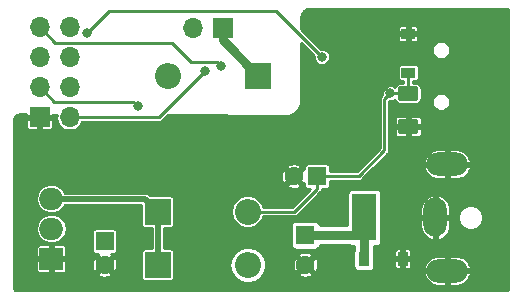
<source format=gbr>
G04 #@! TF.GenerationSoftware,KiCad,Pcbnew,5.0.2-bee76a0~70~ubuntu18.04.1*
G04 #@! TF.CreationDate,2019-04-03T17:02:00-07:00*
G04 #@! TF.ProjectId,shellbell,7368656c-6c62-4656-9c6c-2e6b69636164,rev?*
G04 #@! TF.SameCoordinates,Original*
G04 #@! TF.FileFunction,Copper,L2,Bot*
G04 #@! TF.FilePolarity,Positive*
%FSLAX46Y46*%
G04 Gerber Fmt 4.6, Leading zero omitted, Abs format (unit mm)*
G04 Created by KiCad (PCBNEW 5.0.2-bee76a0~70~ubuntu18.04.1) date Wed 03 Apr 2019 05:02:00 PM PDT*
%MOMM*%
%LPD*%
G01*
G04 APERTURE LIST*
G04 #@! TA.AperFunction,ComponentPad*
%ADD10R,1.600000X1.600000*%
G04 #@! TD*
G04 #@! TA.AperFunction,ComponentPad*
%ADD11C,1.600000*%
G04 #@! TD*
G04 #@! TA.AperFunction,Conductor*
%ADD12C,0.100000*%
G04 #@! TD*
G04 #@! TA.AperFunction,SMDPad,CuDef*
%ADD13C,1.250000*%
G04 #@! TD*
G04 #@! TA.AperFunction,SMDPad,CuDef*
%ADD14R,0.900000X1.200000*%
G04 #@! TD*
G04 #@! TA.AperFunction,SMDPad,CuDef*
%ADD15R,1.200000X0.900000*%
G04 #@! TD*
G04 #@! TA.AperFunction,ComponentPad*
%ADD16O,2.000000X1.905000*%
G04 #@! TD*
G04 #@! TA.AperFunction,ComponentPad*
%ADD17R,2.000000X1.905000*%
G04 #@! TD*
G04 #@! TA.AperFunction,ComponentPad*
%ADD18O,1.700000X1.700000*%
G04 #@! TD*
G04 #@! TA.AperFunction,ComponentPad*
%ADD19R,1.700000X1.700000*%
G04 #@! TD*
G04 #@! TA.AperFunction,ComponentPad*
%ADD20O,2.200000X2.200000*%
G04 #@! TD*
G04 #@! TA.AperFunction,ComponentPad*
%ADD21R,2.200000X2.200000*%
G04 #@! TD*
G04 #@! TA.AperFunction,ComponentPad*
%ADD22O,3.500000X2.000000*%
G04 #@! TD*
G04 #@! TA.AperFunction,ComponentPad*
%ADD23O,2.000000X3.300000*%
G04 #@! TD*
G04 #@! TA.AperFunction,ComponentPad*
%ADD24R,2.000000X4.000000*%
G04 #@! TD*
G04 #@! TA.AperFunction,ViaPad*
%ADD25C,0.800000*%
G04 #@! TD*
G04 #@! TA.AperFunction,ViaPad*
%ADD26C,4.600000*%
G04 #@! TD*
G04 #@! TA.AperFunction,Conductor*
%ADD27C,0.800000*%
G04 #@! TD*
G04 #@! TA.AperFunction,Conductor*
%ADD28C,0.500000*%
G04 #@! TD*
G04 #@! TA.AperFunction,Conductor*
%ADD29C,0.250000*%
G04 #@! TD*
G04 APERTURE END LIST*
D10*
G04 #@! TO.P,C1,1*
G04 #@! TO.N,+12V*
X155000000Y-114000000D03*
D11*
G04 #@! TO.P,C1,2*
G04 #@! TO.N,GND*
X155000000Y-116500000D03*
G04 #@! TD*
D12*
G04 #@! TO.N,GND*
G04 #@! TO.C,C4*
G36*
X164349504Y-104176204D02*
X164373773Y-104179804D01*
X164397571Y-104185765D01*
X164420671Y-104194030D01*
X164442849Y-104204520D01*
X164463893Y-104217133D01*
X164483598Y-104231747D01*
X164501777Y-104248223D01*
X164518253Y-104266402D01*
X164532867Y-104286107D01*
X164545480Y-104307151D01*
X164555970Y-104329329D01*
X164564235Y-104352429D01*
X164570196Y-104376227D01*
X164573796Y-104400496D01*
X164575000Y-104425000D01*
X164575000Y-105175000D01*
X164573796Y-105199504D01*
X164570196Y-105223773D01*
X164564235Y-105247571D01*
X164555970Y-105270671D01*
X164545480Y-105292849D01*
X164532867Y-105313893D01*
X164518253Y-105333598D01*
X164501777Y-105351777D01*
X164483598Y-105368253D01*
X164463893Y-105382867D01*
X164442849Y-105395480D01*
X164420671Y-105405970D01*
X164397571Y-105414235D01*
X164373773Y-105420196D01*
X164349504Y-105423796D01*
X164325000Y-105425000D01*
X163075000Y-105425000D01*
X163050496Y-105423796D01*
X163026227Y-105420196D01*
X163002429Y-105414235D01*
X162979329Y-105405970D01*
X162957151Y-105395480D01*
X162936107Y-105382867D01*
X162916402Y-105368253D01*
X162898223Y-105351777D01*
X162881747Y-105333598D01*
X162867133Y-105313893D01*
X162854520Y-105292849D01*
X162844030Y-105270671D01*
X162835765Y-105247571D01*
X162829804Y-105223773D01*
X162826204Y-105199504D01*
X162825000Y-105175000D01*
X162825000Y-104425000D01*
X162826204Y-104400496D01*
X162829804Y-104376227D01*
X162835765Y-104352429D01*
X162844030Y-104329329D01*
X162854520Y-104307151D01*
X162867133Y-104286107D01*
X162881747Y-104266402D01*
X162898223Y-104248223D01*
X162916402Y-104231747D01*
X162936107Y-104217133D01*
X162957151Y-104204520D01*
X162979329Y-104194030D01*
X163002429Y-104185765D01*
X163026227Y-104179804D01*
X163050496Y-104176204D01*
X163075000Y-104175000D01*
X164325000Y-104175000D01*
X164349504Y-104176204D01*
X164349504Y-104176204D01*
G37*
D13*
G04 #@! TD*
G04 #@! TO.P,C4,2*
G04 #@! TO.N,GND*
X163700000Y-104800000D03*
D12*
G04 #@! TO.N,+5V*
G04 #@! TO.C,C4*
G36*
X164349504Y-101376204D02*
X164373773Y-101379804D01*
X164397571Y-101385765D01*
X164420671Y-101394030D01*
X164442849Y-101404520D01*
X164463893Y-101417133D01*
X164483598Y-101431747D01*
X164501777Y-101448223D01*
X164518253Y-101466402D01*
X164532867Y-101486107D01*
X164545480Y-101507151D01*
X164555970Y-101529329D01*
X164564235Y-101552429D01*
X164570196Y-101576227D01*
X164573796Y-101600496D01*
X164575000Y-101625000D01*
X164575000Y-102375000D01*
X164573796Y-102399504D01*
X164570196Y-102423773D01*
X164564235Y-102447571D01*
X164555970Y-102470671D01*
X164545480Y-102492849D01*
X164532867Y-102513893D01*
X164518253Y-102533598D01*
X164501777Y-102551777D01*
X164483598Y-102568253D01*
X164463893Y-102582867D01*
X164442849Y-102595480D01*
X164420671Y-102605970D01*
X164397571Y-102614235D01*
X164373773Y-102620196D01*
X164349504Y-102623796D01*
X164325000Y-102625000D01*
X163075000Y-102625000D01*
X163050496Y-102623796D01*
X163026227Y-102620196D01*
X163002429Y-102614235D01*
X162979329Y-102605970D01*
X162957151Y-102595480D01*
X162936107Y-102582867D01*
X162916402Y-102568253D01*
X162898223Y-102551777D01*
X162881747Y-102533598D01*
X162867133Y-102513893D01*
X162854520Y-102492849D01*
X162844030Y-102470671D01*
X162835765Y-102447571D01*
X162829804Y-102423773D01*
X162826204Y-102399504D01*
X162825000Y-102375000D01*
X162825000Y-101625000D01*
X162826204Y-101600496D01*
X162829804Y-101576227D01*
X162835765Y-101552429D01*
X162844030Y-101529329D01*
X162854520Y-101507151D01*
X162867133Y-101486107D01*
X162881747Y-101466402D01*
X162898223Y-101448223D01*
X162916402Y-101431747D01*
X162936107Y-101417133D01*
X162957151Y-101404520D01*
X162979329Y-101394030D01*
X163002429Y-101385765D01*
X163026227Y-101379804D01*
X163050496Y-101376204D01*
X163075000Y-101375000D01*
X164325000Y-101375000D01*
X164349504Y-101376204D01*
X164349504Y-101376204D01*
G37*
D13*
G04 #@! TD*
G04 #@! TO.P,C4,1*
G04 #@! TO.N,+5V*
X163700000Y-102000000D03*
D14*
G04 #@! TO.P,D7,2*
G04 #@! TO.N,GND*
X163250000Y-116000000D03*
G04 #@! TO.P,D7,1*
G04 #@! TO.N,+12V*
X159950000Y-116000000D03*
G04 #@! TD*
D15*
G04 #@! TO.P,D6,2*
G04 #@! TO.N,GND*
X163700000Y-96950000D03*
G04 #@! TO.P,D6,1*
G04 #@! TO.N,+5V*
X163700000Y-100250000D03*
G04 #@! TD*
D11*
G04 #@! TO.P,C3,2*
G04 #@! TO.N,GND*
X154000000Y-109000000D03*
D10*
G04 #@! TO.P,C3,1*
G04 #@! TO.N,+5V*
X156000000Y-109000000D03*
G04 #@! TD*
D16*
G04 #@! TO.P,U1,3*
G04 #@! TO.N,Net-(D4-Pad1)*
X133500000Y-110920000D03*
G04 #@! TO.P,U1,2*
G04 #@! TO.N,+3V3*
X133500000Y-113460000D03*
D17*
G04 #@! TO.P,U1,1*
G04 #@! TO.N,GND*
X133500000Y-116000000D03*
G04 #@! TD*
D18*
G04 #@! TO.P,J2,8*
G04 #@! TO.N,+3V3*
X135040000Y-96380000D03*
G04 #@! TO.P,J2,7*
G04 #@! TO.N,Net-(J2-Pad7)*
X132500000Y-96380000D03*
G04 #@! TO.P,J2,6*
G04 #@! TO.N,Net-(J2-Pad6)*
X135040000Y-98920000D03*
G04 #@! TO.P,J2,5*
G04 #@! TO.N,Net-(J2-Pad5)*
X132500000Y-98920000D03*
G04 #@! TO.P,J2,4*
G04 #@! TO.N,Net-(J2-Pad4)*
X135040000Y-101460000D03*
G04 #@! TO.P,J2,3*
G04 #@! TO.N,Net-(J2-Pad3)*
X132500000Y-101460000D03*
G04 #@! TO.P,J2,2*
G04 #@! TO.N,Net-(J2-Pad2)*
X135040000Y-104000000D03*
D19*
G04 #@! TO.P,J2,1*
G04 #@! TO.N,GND*
X132500000Y-104000000D03*
G04 #@! TD*
D11*
G04 #@! TO.P,C2,2*
G04 #@! TO.N,GND*
X138000000Y-116500000D03*
D10*
G04 #@! TO.P,C2,1*
G04 #@! TO.N,+3V3*
X138000000Y-114500000D03*
G04 #@! TD*
D20*
G04 #@! TO.P,D1,2*
G04 #@! TO.N,Net-(D1-Pad2)*
X143380000Y-100500000D03*
D21*
G04 #@! TO.P,D1,1*
G04 #@! TO.N,+12V*
X151000000Y-100500000D03*
G04 #@! TD*
D20*
G04 #@! TO.P,D4,2*
G04 #@! TO.N,+5V*
X150120000Y-112000000D03*
D21*
G04 #@! TO.P,D4,1*
G04 #@! TO.N,Net-(D4-Pad1)*
X142500000Y-112000000D03*
G04 #@! TD*
D20*
G04 #@! TO.P,D5,2*
G04 #@! TO.N,+12V*
X150120000Y-116500000D03*
D21*
G04 #@! TO.P,D5,1*
G04 #@! TO.N,Net-(D4-Pad1)*
X142500000Y-116500000D03*
G04 #@! TD*
D22*
G04 #@! TO.P,J1,MP*
G04 #@! TO.N,GND*
X167000000Y-108000000D03*
X167000000Y-117000000D03*
D23*
G04 #@! TO.P,J1,2*
X166000000Y-112500000D03*
D24*
G04 #@! TO.P,J1,1*
G04 #@! TO.N,+12V*
X160000000Y-112500000D03*
G04 #@! TD*
D18*
G04 #@! TO.P,L1,2*
G04 #@! TO.N,Net-(D1-Pad2)*
X145460000Y-96500000D03*
D19*
G04 #@! TO.P,L1,1*
G04 #@! TO.N,+12V*
X148000000Y-96500000D03*
G04 #@! TD*
D25*
G04 #@! TO.N,GND*
X169000000Y-99000000D03*
X170000000Y-99000000D03*
X170000000Y-100000000D03*
X170000000Y-101000000D03*
X169000000Y-101000000D03*
X169000000Y-100000000D03*
X169000000Y-102000000D03*
X170000000Y-102000000D03*
X156400000Y-101000000D03*
D26*
X137200000Y-107600000D03*
D25*
G04 #@! TO.N,+5V*
X162200000Y-102000000D03*
G04 #@! TO.N,Net-(J2-Pad2)*
X146500000Y-100100998D03*
G04 #@! TO.N,Net-(J2-Pad3)*
X140800000Y-103100000D03*
G04 #@! TO.N,Net-(J2-Pad6)*
X156400000Y-98900000D03*
X136500000Y-96900000D03*
G04 #@! TO.N,Net-(J2-Pad7)*
X147900000Y-99700000D03*
G04 #@! TD*
D27*
G04 #@! TO.N,+12V*
X148000000Y-97500000D02*
X151000000Y-100500000D01*
X148000000Y-96500000D02*
X148000000Y-97500000D01*
X159850000Y-112650000D02*
X160000000Y-112500000D01*
X155000000Y-114000000D02*
X159000000Y-114000000D01*
X159950000Y-112550000D02*
X160000000Y-112500000D01*
X159950000Y-116000000D02*
X159950000Y-112550000D01*
G04 #@! TO.N,GND*
X166000000Y-113150000D02*
X166000000Y-112500000D01*
D28*
G04 #@! TO.N,Net-(D4-Pad1)*
X141420000Y-110920000D02*
X142500000Y-112000000D01*
X133500000Y-110920000D02*
X141420000Y-110920000D01*
X142500000Y-112000000D02*
X142500000Y-116500000D01*
D29*
G04 #@! TO.N,+5V*
X156000000Y-109000000D02*
X159500000Y-109000000D01*
X161700000Y-106800000D02*
X159500000Y-109000000D01*
X156000000Y-110050000D02*
X156000000Y-109000000D01*
X154050000Y-112000000D02*
X156000000Y-110050000D01*
X150120000Y-112000000D02*
X154050000Y-112000000D01*
X161700000Y-102500000D02*
X162200000Y-102000000D01*
X161700000Y-106800000D02*
X161700000Y-102500000D01*
X162200000Y-102000000D02*
X163700000Y-102000000D01*
X163700000Y-102000000D02*
X163700000Y-100250000D01*
G04 #@! TO.N,Net-(J2-Pad2)*
X146500000Y-100100998D02*
X142600998Y-104000000D01*
X142600998Y-104000000D02*
X135040000Y-104000000D01*
G04 #@! TO.N,Net-(J2-Pad3)*
X132500000Y-101460000D02*
X133740000Y-102700000D01*
X140800000Y-103100000D02*
X140400000Y-102700000D01*
X133740000Y-102700000D02*
X140400000Y-102700000D01*
G04 #@! TO.N,Net-(J2-Pad6)*
X152524999Y-95024999D02*
X138375001Y-95024999D01*
X156400000Y-98900000D02*
X152524999Y-95024999D01*
X138375001Y-95024999D02*
X136500000Y-96900000D01*
X136500000Y-96900000D02*
X136500000Y-96900000D01*
G04 #@! TO.N,Net-(J2-Pad7)*
X132500000Y-96380000D02*
X133820000Y-97700000D01*
X133820000Y-97700000D02*
X143700000Y-97700000D01*
X145300001Y-99300001D02*
X147500001Y-99300001D01*
X147500001Y-99300001D02*
X147900000Y-99700000D01*
X143700000Y-97700000D02*
X145300001Y-99300001D01*
G04 #@! TD*
G04 #@! TO.N,GND*
G36*
X172115255Y-94886891D02*
X172175000Y-94975903D01*
X172175001Y-118467991D01*
X172175001Y-118530163D01*
X172116987Y-118616987D01*
X172030164Y-118675000D01*
X130465412Y-118675000D01*
X130380199Y-118618250D01*
X130325000Y-118536092D01*
X130325000Y-117309409D01*
X137367368Y-117309409D01*
X137461083Y-117454419D01*
X137867345Y-117588003D01*
X138293804Y-117555948D01*
X138538917Y-117454419D01*
X138632632Y-117309409D01*
X138000000Y-116676777D01*
X137367368Y-117309409D01*
X130325000Y-117309409D01*
X130325000Y-116193750D01*
X132225000Y-116193750D01*
X132225000Y-117007201D01*
X132266866Y-117108275D01*
X132344225Y-117185634D01*
X132445299Y-117227500D01*
X133306250Y-117227500D01*
X133375000Y-117158750D01*
X133375000Y-116125000D01*
X133625000Y-116125000D01*
X133625000Y-117158750D01*
X133693750Y-117227500D01*
X134554701Y-117227500D01*
X134655775Y-117185634D01*
X134733134Y-117108275D01*
X134775000Y-117007201D01*
X134775000Y-116367345D01*
X136911997Y-116367345D01*
X136944052Y-116793804D01*
X137045581Y-117038917D01*
X137190591Y-117132632D01*
X137823223Y-116500000D01*
X138176777Y-116500000D01*
X138809409Y-117132632D01*
X138954419Y-117038917D01*
X139088003Y-116632655D01*
X139055948Y-116206196D01*
X138954419Y-115961083D01*
X138809409Y-115867368D01*
X138176777Y-116500000D01*
X137823223Y-116500000D01*
X137190591Y-115867368D01*
X137045581Y-115961083D01*
X136911997Y-116367345D01*
X134775000Y-116367345D01*
X134775000Y-116193750D01*
X134706250Y-116125000D01*
X133625000Y-116125000D01*
X133375000Y-116125000D01*
X132293750Y-116125000D01*
X132225000Y-116193750D01*
X130325000Y-116193750D01*
X130325000Y-114992799D01*
X132225000Y-114992799D01*
X132225000Y-115806250D01*
X132293750Y-115875000D01*
X133375000Y-115875000D01*
X133375000Y-114841250D01*
X133625000Y-114841250D01*
X133625000Y-115875000D01*
X134706250Y-115875000D01*
X134775000Y-115806250D01*
X134775000Y-114992799D01*
X134733134Y-114891725D01*
X134655775Y-114814366D01*
X134554701Y-114772500D01*
X133693750Y-114772500D01*
X133625000Y-114841250D01*
X133375000Y-114841250D01*
X133306250Y-114772500D01*
X132445299Y-114772500D01*
X132344225Y-114814366D01*
X132266866Y-114891725D01*
X132225000Y-114992799D01*
X130325000Y-114992799D01*
X130325000Y-113460000D01*
X132200952Y-113460000D01*
X132296220Y-113938947D01*
X132567522Y-114344978D01*
X132973553Y-114616280D01*
X133331602Y-114687500D01*
X133668398Y-114687500D01*
X134026447Y-114616280D01*
X134432478Y-114344978D01*
X134703780Y-113938947D01*
X134751309Y-113700000D01*
X136919613Y-113700000D01*
X136919613Y-115300000D01*
X136940956Y-115407299D01*
X137001736Y-115498264D01*
X137092701Y-115559044D01*
X137200000Y-115580387D01*
X137438589Y-115580387D01*
X137367368Y-115690591D01*
X138000000Y-116323223D01*
X138632632Y-115690591D01*
X138561411Y-115580387D01*
X138800000Y-115580387D01*
X138907299Y-115559044D01*
X138998264Y-115498264D01*
X139059044Y-115407299D01*
X139080387Y-115300000D01*
X139080387Y-113700000D01*
X139059044Y-113592701D01*
X138998264Y-113501736D01*
X138907299Y-113440956D01*
X138800000Y-113419613D01*
X137200000Y-113419613D01*
X137092701Y-113440956D01*
X137001736Y-113501736D01*
X136940956Y-113592701D01*
X136919613Y-113700000D01*
X134751309Y-113700000D01*
X134799048Y-113460000D01*
X134703780Y-112981053D01*
X134432478Y-112575022D01*
X134026447Y-112303720D01*
X133668398Y-112232500D01*
X133331602Y-112232500D01*
X132973553Y-112303720D01*
X132567522Y-112575022D01*
X132296220Y-112981053D01*
X132200952Y-113460000D01*
X130325000Y-113460000D01*
X130325000Y-110920000D01*
X132200952Y-110920000D01*
X132296220Y-111398947D01*
X132567522Y-111804978D01*
X132973553Y-112076280D01*
X133331602Y-112147500D01*
X133668398Y-112147500D01*
X134026447Y-112076280D01*
X134432478Y-111804978D01*
X134673008Y-111445000D01*
X141119613Y-111445000D01*
X141119613Y-113100000D01*
X141140956Y-113207299D01*
X141201736Y-113298264D01*
X141292701Y-113359044D01*
X141400000Y-113380387D01*
X141975000Y-113380387D01*
X141975001Y-115119613D01*
X141400000Y-115119613D01*
X141292701Y-115140956D01*
X141201736Y-115201736D01*
X141140956Y-115292701D01*
X141119613Y-115400000D01*
X141119613Y-117600000D01*
X141140956Y-117707299D01*
X141201736Y-117798264D01*
X141292701Y-117859044D01*
X141400000Y-117880387D01*
X143600000Y-117880387D01*
X143707299Y-117859044D01*
X143798264Y-117798264D01*
X143859044Y-117707299D01*
X143880387Y-117600000D01*
X143880387Y-116500000D01*
X148565124Y-116500000D01*
X148683482Y-117095025D01*
X149020537Y-117599463D01*
X149524975Y-117936518D01*
X149969803Y-118025000D01*
X150270197Y-118025000D01*
X150715025Y-117936518D01*
X151219463Y-117599463D01*
X151413271Y-117309409D01*
X154367368Y-117309409D01*
X154461083Y-117454419D01*
X154867345Y-117588003D01*
X155293804Y-117555948D01*
X155538917Y-117454419D01*
X155624524Y-117321954D01*
X165016318Y-117321954D01*
X165024219Y-117372437D01*
X165260051Y-117813173D01*
X165646594Y-118130111D01*
X166125000Y-118275000D01*
X166875000Y-118275000D01*
X166875000Y-117125000D01*
X167125000Y-117125000D01*
X167125000Y-118275000D01*
X167875000Y-118275000D01*
X168353406Y-118130111D01*
X168739949Y-117813173D01*
X168975781Y-117372437D01*
X168983682Y-117321954D01*
X168949756Y-117125000D01*
X167125000Y-117125000D01*
X166875000Y-117125000D01*
X165050244Y-117125000D01*
X165016318Y-117321954D01*
X155624524Y-117321954D01*
X155632632Y-117309409D01*
X155000000Y-116676777D01*
X154367368Y-117309409D01*
X151413271Y-117309409D01*
X151556518Y-117095025D01*
X151674876Y-116500000D01*
X151648490Y-116367345D01*
X153911997Y-116367345D01*
X153944052Y-116793804D01*
X154045581Y-117038917D01*
X154190591Y-117132632D01*
X154823223Y-116500000D01*
X155176777Y-116500000D01*
X155809409Y-117132632D01*
X155954419Y-117038917D01*
X156088003Y-116632655D01*
X156055948Y-116206196D01*
X155954419Y-115961083D01*
X155809409Y-115867368D01*
X155176777Y-116500000D01*
X154823223Y-116500000D01*
X154190591Y-115867368D01*
X154045581Y-115961083D01*
X153911997Y-116367345D01*
X151648490Y-116367345D01*
X151556518Y-115904975D01*
X151413272Y-115690591D01*
X154367368Y-115690591D01*
X155000000Y-116323223D01*
X155632632Y-115690591D01*
X155538917Y-115545581D01*
X155132655Y-115411997D01*
X154706196Y-115444052D01*
X154461083Y-115545581D01*
X154367368Y-115690591D01*
X151413272Y-115690591D01*
X151219463Y-115400537D01*
X150715025Y-115063482D01*
X150270197Y-114975000D01*
X149969803Y-114975000D01*
X149524975Y-115063482D01*
X149020537Y-115400537D01*
X148683482Y-115904975D01*
X148565124Y-116500000D01*
X143880387Y-116500000D01*
X143880387Y-115400000D01*
X143859044Y-115292701D01*
X143798264Y-115201736D01*
X143707299Y-115140956D01*
X143600000Y-115119613D01*
X143025000Y-115119613D01*
X143025000Y-113380387D01*
X143600000Y-113380387D01*
X143707299Y-113359044D01*
X143798264Y-113298264D01*
X143859044Y-113207299D01*
X143880387Y-113100000D01*
X143880387Y-112000000D01*
X148718063Y-112000000D01*
X148824779Y-112536498D01*
X149128681Y-112991319D01*
X149583502Y-113295221D01*
X149984578Y-113375000D01*
X150255422Y-113375000D01*
X150656498Y-113295221D01*
X150799006Y-113200000D01*
X153766674Y-113200000D01*
X153766674Y-114800000D01*
X153799659Y-114965827D01*
X153893592Y-115106408D01*
X154034173Y-115200341D01*
X154200000Y-115233326D01*
X155800000Y-115233326D01*
X155965827Y-115200341D01*
X156106408Y-115106408D01*
X156200341Y-114965827D01*
X156228353Y-114825000D01*
X158721417Y-114825000D01*
X158834173Y-114900341D01*
X159000000Y-114933326D01*
X159125000Y-114933326D01*
X159125000Y-115196247D01*
X159099659Y-115234173D01*
X159066674Y-115400000D01*
X159066674Y-116600000D01*
X159099659Y-116765827D01*
X159193592Y-116906408D01*
X159334173Y-117000341D01*
X159500000Y-117033326D01*
X160400000Y-117033326D01*
X160565827Y-117000341D01*
X160706408Y-116906408D01*
X160800341Y-116765827D01*
X160833326Y-116600000D01*
X160833326Y-116193750D01*
X162525000Y-116193750D01*
X162525000Y-116654701D01*
X162566866Y-116755775D01*
X162644225Y-116833134D01*
X162745299Y-116875000D01*
X163056250Y-116875000D01*
X163125000Y-116806250D01*
X163125000Y-116125000D01*
X163375000Y-116125000D01*
X163375000Y-116806250D01*
X163443750Y-116875000D01*
X163754701Y-116875000D01*
X163855775Y-116833134D01*
X163933134Y-116755775D01*
X163965330Y-116678046D01*
X165016318Y-116678046D01*
X165050244Y-116875000D01*
X166875000Y-116875000D01*
X166875000Y-115725000D01*
X167125000Y-115725000D01*
X167125000Y-116875000D01*
X168949756Y-116875000D01*
X168983682Y-116678046D01*
X168975781Y-116627563D01*
X168739949Y-116186827D01*
X168353406Y-115869889D01*
X167875000Y-115725000D01*
X167125000Y-115725000D01*
X166875000Y-115725000D01*
X166125000Y-115725000D01*
X165646594Y-115869889D01*
X165260051Y-116186827D01*
X165024219Y-116627563D01*
X165016318Y-116678046D01*
X163965330Y-116678046D01*
X163975000Y-116654701D01*
X163975000Y-116193750D01*
X163906250Y-116125000D01*
X163375000Y-116125000D01*
X163125000Y-116125000D01*
X162593750Y-116125000D01*
X162525000Y-116193750D01*
X160833326Y-116193750D01*
X160833326Y-115400000D01*
X160822446Y-115345299D01*
X162525000Y-115345299D01*
X162525000Y-115806250D01*
X162593750Y-115875000D01*
X163125000Y-115875000D01*
X163125000Y-115193750D01*
X163375000Y-115193750D01*
X163375000Y-115875000D01*
X163906250Y-115875000D01*
X163975000Y-115806250D01*
X163975000Y-115345299D01*
X163933134Y-115244225D01*
X163855775Y-115166866D01*
X163754701Y-115125000D01*
X163443750Y-115125000D01*
X163375000Y-115193750D01*
X163125000Y-115193750D01*
X163056250Y-115125000D01*
X162745299Y-115125000D01*
X162644225Y-115166866D01*
X162566866Y-115244225D01*
X162525000Y-115345299D01*
X160822446Y-115345299D01*
X160800341Y-115234173D01*
X160775000Y-115196247D01*
X160775000Y-114933326D01*
X161000000Y-114933326D01*
X161165827Y-114900341D01*
X161306408Y-114806408D01*
X161400341Y-114665827D01*
X161433326Y-114500000D01*
X161433326Y-112625000D01*
X164725000Y-112625000D01*
X164725000Y-113275000D01*
X164869889Y-113753406D01*
X165186827Y-114139949D01*
X165627563Y-114375781D01*
X165678046Y-114383682D01*
X165875000Y-114349756D01*
X165875000Y-112625000D01*
X166125000Y-112625000D01*
X166125000Y-114349756D01*
X166321954Y-114383682D01*
X166372437Y-114375781D01*
X166813173Y-114139949D01*
X167130111Y-113753406D01*
X167275000Y-113275000D01*
X167275000Y-112625000D01*
X166125000Y-112625000D01*
X165875000Y-112625000D01*
X164725000Y-112625000D01*
X161433326Y-112625000D01*
X161433326Y-111725000D01*
X164725000Y-111725000D01*
X164725000Y-112375000D01*
X165875000Y-112375000D01*
X165875000Y-110650244D01*
X166125000Y-110650244D01*
X166125000Y-112375000D01*
X167275000Y-112375000D01*
X167275000Y-112286169D01*
X167925000Y-112286169D01*
X167925000Y-112713831D01*
X168088659Y-113108938D01*
X168391062Y-113411341D01*
X168786169Y-113575000D01*
X169213831Y-113575000D01*
X169608938Y-113411341D01*
X169911341Y-113108938D01*
X170075000Y-112713831D01*
X170075000Y-112286169D01*
X169911341Y-111891062D01*
X169608938Y-111588659D01*
X169213831Y-111425000D01*
X168786169Y-111425000D01*
X168391062Y-111588659D01*
X168088659Y-111891062D01*
X167925000Y-112286169D01*
X167275000Y-112286169D01*
X167275000Y-111725000D01*
X167130111Y-111246594D01*
X166813173Y-110860051D01*
X166372437Y-110624219D01*
X166321954Y-110616318D01*
X166125000Y-110650244D01*
X165875000Y-110650244D01*
X165678046Y-110616318D01*
X165627563Y-110624219D01*
X165186827Y-110860051D01*
X164869889Y-111246594D01*
X164725000Y-111725000D01*
X161433326Y-111725000D01*
X161433326Y-110500000D01*
X161400341Y-110334173D01*
X161306408Y-110193592D01*
X161165827Y-110099659D01*
X161000000Y-110066674D01*
X159000000Y-110066674D01*
X158834173Y-110099659D01*
X158693592Y-110193592D01*
X158599659Y-110334173D01*
X158566674Y-110500000D01*
X158566674Y-113175000D01*
X156228353Y-113175000D01*
X156200341Y-113034173D01*
X156106408Y-112893592D01*
X155965827Y-112799659D01*
X155800000Y-112766674D01*
X154200000Y-112766674D01*
X154034173Y-112799659D01*
X153893592Y-112893592D01*
X153799659Y-113034173D01*
X153766674Y-113200000D01*
X150799006Y-113200000D01*
X151111319Y-112991319D01*
X151415221Y-112536498D01*
X151442372Y-112400000D01*
X154010606Y-112400000D01*
X154050000Y-112407836D01*
X154089394Y-112400000D01*
X154206072Y-112376791D01*
X154338384Y-112288384D01*
X154360703Y-112254981D01*
X156254988Y-110360698D01*
X156288384Y-110338384D01*
X156376791Y-110206072D01*
X156400000Y-110089394D01*
X156400000Y-110089393D01*
X156401792Y-110080387D01*
X156800000Y-110080387D01*
X156907299Y-110059044D01*
X156998264Y-109998264D01*
X157059044Y-109907299D01*
X157080387Y-109800000D01*
X157080387Y-109400000D01*
X159460606Y-109400000D01*
X159500000Y-109407836D01*
X159539394Y-109400000D01*
X159656072Y-109376791D01*
X159788384Y-109288384D01*
X159810703Y-109254981D01*
X160743730Y-108321954D01*
X165016318Y-108321954D01*
X165024219Y-108372437D01*
X165260051Y-108813173D01*
X165646594Y-109130111D01*
X166125000Y-109275000D01*
X166875000Y-109275000D01*
X166875000Y-108125000D01*
X167125000Y-108125000D01*
X167125000Y-109275000D01*
X167875000Y-109275000D01*
X168353406Y-109130111D01*
X168739949Y-108813173D01*
X168975781Y-108372437D01*
X168983682Y-108321954D01*
X168949756Y-108125000D01*
X167125000Y-108125000D01*
X166875000Y-108125000D01*
X165050244Y-108125000D01*
X165016318Y-108321954D01*
X160743730Y-108321954D01*
X161387638Y-107678046D01*
X165016318Y-107678046D01*
X165050244Y-107875000D01*
X166875000Y-107875000D01*
X166875000Y-106725000D01*
X167125000Y-106725000D01*
X167125000Y-107875000D01*
X168949756Y-107875000D01*
X168983682Y-107678046D01*
X168975781Y-107627563D01*
X168739949Y-107186827D01*
X168353406Y-106869889D01*
X167875000Y-106725000D01*
X167125000Y-106725000D01*
X166875000Y-106725000D01*
X166125000Y-106725000D01*
X165646594Y-106869889D01*
X165260051Y-107186827D01*
X165024219Y-107627563D01*
X165016318Y-107678046D01*
X161387638Y-107678046D01*
X161954985Y-107110700D01*
X161988384Y-107088384D01*
X162076791Y-106956072D01*
X162100000Y-106839394D01*
X162100000Y-106839393D01*
X162107836Y-106800000D01*
X162100000Y-106760606D01*
X162100000Y-104993750D01*
X162550000Y-104993750D01*
X162550000Y-105479701D01*
X162591866Y-105580775D01*
X162669225Y-105658134D01*
X162770299Y-105700000D01*
X163506250Y-105700000D01*
X163575000Y-105631250D01*
X163575000Y-104925000D01*
X163825000Y-104925000D01*
X163825000Y-105631250D01*
X163893750Y-105700000D01*
X164629701Y-105700000D01*
X164730775Y-105658134D01*
X164808134Y-105580775D01*
X164850000Y-105479701D01*
X164850000Y-104993750D01*
X164781250Y-104925000D01*
X163825000Y-104925000D01*
X163575000Y-104925000D01*
X162618750Y-104925000D01*
X162550000Y-104993750D01*
X162100000Y-104993750D01*
X162100000Y-104120299D01*
X162550000Y-104120299D01*
X162550000Y-104606250D01*
X162618750Y-104675000D01*
X163575000Y-104675000D01*
X163575000Y-103968750D01*
X163825000Y-103968750D01*
X163825000Y-104675000D01*
X164781250Y-104675000D01*
X164850000Y-104606250D01*
X164850000Y-104120299D01*
X164808134Y-104019225D01*
X164730775Y-103941866D01*
X164629701Y-103900000D01*
X163893750Y-103900000D01*
X163825000Y-103968750D01*
X163575000Y-103968750D01*
X163506250Y-103900000D01*
X162770299Y-103900000D01*
X162669225Y-103941866D01*
X162591866Y-104019225D01*
X162550000Y-104120299D01*
X162100000Y-104120299D01*
X162100000Y-102675000D01*
X162334266Y-102675000D01*
X162582357Y-102572237D01*
X162583599Y-102570995D01*
X162584986Y-102577970D01*
X162699960Y-102750040D01*
X162872030Y-102865014D01*
X163075000Y-102905387D01*
X164325000Y-102905387D01*
X164527970Y-102865014D01*
X164700040Y-102750040D01*
X164815014Y-102577970D01*
X164821404Y-102545843D01*
X165725000Y-102545843D01*
X165725000Y-102854157D01*
X165842987Y-103139002D01*
X166060998Y-103357013D01*
X166345843Y-103475000D01*
X166654157Y-103475000D01*
X166939002Y-103357013D01*
X167157013Y-103139002D01*
X167275000Y-102854157D01*
X167275000Y-102545843D01*
X167157013Y-102260998D01*
X166939002Y-102042987D01*
X166654157Y-101925000D01*
X166345843Y-101925000D01*
X166060998Y-102042987D01*
X165842987Y-102260998D01*
X165725000Y-102545843D01*
X164821404Y-102545843D01*
X164855387Y-102375000D01*
X164855387Y-101625000D01*
X164815014Y-101422030D01*
X164700040Y-101249960D01*
X164527970Y-101134986D01*
X164325000Y-101094613D01*
X164100000Y-101094613D01*
X164100000Y-100980387D01*
X164300000Y-100980387D01*
X164407299Y-100959044D01*
X164498264Y-100898264D01*
X164559044Y-100807299D01*
X164580387Y-100700000D01*
X164580387Y-99800000D01*
X164559044Y-99692701D01*
X164498264Y-99601736D01*
X164407299Y-99540956D01*
X164300000Y-99519613D01*
X163100000Y-99519613D01*
X162992701Y-99540956D01*
X162901736Y-99601736D01*
X162840956Y-99692701D01*
X162819613Y-99800000D01*
X162819613Y-100700000D01*
X162840956Y-100807299D01*
X162901736Y-100898264D01*
X162992701Y-100959044D01*
X163100000Y-100980387D01*
X163300001Y-100980387D01*
X163300001Y-101094613D01*
X163075000Y-101094613D01*
X162872030Y-101134986D01*
X162699960Y-101249960D01*
X162584986Y-101422030D01*
X162583599Y-101429005D01*
X162582357Y-101427763D01*
X162334266Y-101325000D01*
X162065734Y-101325000D01*
X161817643Y-101427763D01*
X161627763Y-101617643D01*
X161525000Y-101865734D01*
X161525000Y-102109316D01*
X161445016Y-102189300D01*
X161411617Y-102211616D01*
X161371885Y-102271080D01*
X161323209Y-102343929D01*
X161292164Y-102500000D01*
X161300001Y-102539398D01*
X161300000Y-106634315D01*
X159334316Y-108600000D01*
X157080387Y-108600000D01*
X157080387Y-108200000D01*
X157059044Y-108092701D01*
X156998264Y-108001736D01*
X156907299Y-107940956D01*
X156800000Y-107919613D01*
X155200000Y-107919613D01*
X155092701Y-107940956D01*
X155001736Y-108001736D01*
X154940956Y-108092701D01*
X154919613Y-108200000D01*
X154919613Y-108438589D01*
X154809409Y-108367368D01*
X154176777Y-109000000D01*
X154809409Y-109632632D01*
X154919613Y-109561411D01*
X154919613Y-109800000D01*
X154940956Y-109907299D01*
X155001736Y-109998264D01*
X155092701Y-110059044D01*
X155200000Y-110080387D01*
X155403927Y-110080387D01*
X153884316Y-111600000D01*
X151442372Y-111600000D01*
X151415221Y-111463502D01*
X151111319Y-111008681D01*
X150656498Y-110704779D01*
X150255422Y-110625000D01*
X149984578Y-110625000D01*
X149583502Y-110704779D01*
X149128681Y-111008681D01*
X148824779Y-111463502D01*
X148718063Y-112000000D01*
X143880387Y-112000000D01*
X143880387Y-110900000D01*
X143859044Y-110792701D01*
X143798264Y-110701736D01*
X143707299Y-110640956D01*
X143600000Y-110619613D01*
X141862074Y-110619613D01*
X141827797Y-110585335D01*
X141798504Y-110541496D01*
X141624845Y-110425461D01*
X141471706Y-110395000D01*
X141420000Y-110384715D01*
X141368294Y-110395000D01*
X134673008Y-110395000D01*
X134432478Y-110035022D01*
X134094826Y-109809409D01*
X153367368Y-109809409D01*
X153461083Y-109954419D01*
X153867345Y-110088003D01*
X154293804Y-110055948D01*
X154538917Y-109954419D01*
X154632632Y-109809409D01*
X154000000Y-109176777D01*
X153367368Y-109809409D01*
X134094826Y-109809409D01*
X134026447Y-109763720D01*
X133668398Y-109692500D01*
X133331602Y-109692500D01*
X132973553Y-109763720D01*
X132567522Y-110035022D01*
X132296220Y-110441053D01*
X132200952Y-110920000D01*
X130325000Y-110920000D01*
X130325000Y-108867345D01*
X152911997Y-108867345D01*
X152944052Y-109293804D01*
X153045581Y-109538917D01*
X153190591Y-109632632D01*
X153823223Y-109000000D01*
X153190591Y-108367368D01*
X153045581Y-108461083D01*
X152911997Y-108867345D01*
X130325000Y-108867345D01*
X130325000Y-108190591D01*
X153367368Y-108190591D01*
X154000000Y-108823223D01*
X154632632Y-108190591D01*
X154538917Y-108045581D01*
X154132655Y-107911997D01*
X153706196Y-107944052D01*
X153461083Y-108045581D01*
X153367368Y-108190591D01*
X130325000Y-108190591D01*
X130325000Y-104193750D01*
X131375000Y-104193750D01*
X131375000Y-104904701D01*
X131416866Y-105005775D01*
X131494225Y-105083134D01*
X131595299Y-105125000D01*
X132306250Y-105125000D01*
X132375000Y-105056250D01*
X132375000Y-104125000D01*
X132625000Y-104125000D01*
X132625000Y-105056250D01*
X132693750Y-105125000D01*
X133404701Y-105125000D01*
X133505775Y-105083134D01*
X133583134Y-105005775D01*
X133625000Y-104904701D01*
X133625000Y-104193750D01*
X133556250Y-104125000D01*
X132625000Y-104125000D01*
X132375000Y-104125000D01*
X131443750Y-104125000D01*
X131375000Y-104193750D01*
X130325000Y-104193750D01*
X130325000Y-104036886D01*
X130609342Y-103847314D01*
X130957539Y-103779160D01*
X131375000Y-103780862D01*
X131375000Y-103806250D01*
X131443750Y-103875000D01*
X132375000Y-103875000D01*
X132375000Y-103855000D01*
X132625000Y-103855000D01*
X132625000Y-103875000D01*
X133556250Y-103875000D01*
X133625000Y-103806250D01*
X133625000Y-103790037D01*
X133934473Y-103791298D01*
X133892960Y-104000000D01*
X133980273Y-104438953D01*
X134228920Y-104811080D01*
X134601047Y-105059727D01*
X134929197Y-105125000D01*
X135150803Y-105125000D01*
X135478953Y-105059727D01*
X135851080Y-104811080D01*
X136099727Y-104438953D01*
X136107475Y-104400000D01*
X142561604Y-104400000D01*
X142600998Y-104407836D01*
X142640392Y-104400000D01*
X142757070Y-104376791D01*
X142889382Y-104288384D01*
X142911701Y-104254981D01*
X143337045Y-103829637D01*
X153464748Y-103870933D01*
X153489102Y-103868639D01*
X153871455Y-103794340D01*
X153916525Y-103775922D01*
X154241489Y-103561182D01*
X154276104Y-103526943D01*
X154494376Y-103204341D01*
X154513284Y-103159474D01*
X154591749Y-102777954D01*
X154594309Y-102753627D01*
X154628866Y-97694550D01*
X155725000Y-98790685D01*
X155725000Y-99034266D01*
X155827763Y-99282357D01*
X156017643Y-99472237D01*
X156265734Y-99575000D01*
X156534266Y-99575000D01*
X156782357Y-99472237D01*
X156972237Y-99282357D01*
X157075000Y-99034266D01*
X157075000Y-98765734D01*
X156972237Y-98517643D01*
X156782357Y-98327763D01*
X156534266Y-98225000D01*
X156290685Y-98225000D01*
X156211528Y-98145843D01*
X165725000Y-98145843D01*
X165725000Y-98454157D01*
X165842987Y-98739002D01*
X166060998Y-98957013D01*
X166345843Y-99075000D01*
X166654157Y-99075000D01*
X166939002Y-98957013D01*
X167157013Y-98739002D01*
X167275000Y-98454157D01*
X167275000Y-98145843D01*
X167157013Y-97860998D01*
X166939002Y-97642987D01*
X166654157Y-97525000D01*
X166345843Y-97525000D01*
X166060998Y-97642987D01*
X165842987Y-97860998D01*
X165725000Y-98145843D01*
X156211528Y-98145843D01*
X155209435Y-97143750D01*
X162825000Y-97143750D01*
X162825000Y-97454701D01*
X162866866Y-97555775D01*
X162944225Y-97633134D01*
X163045299Y-97675000D01*
X163506250Y-97675000D01*
X163575000Y-97606250D01*
X163575000Y-97075000D01*
X163825000Y-97075000D01*
X163825000Y-97606250D01*
X163893750Y-97675000D01*
X164354701Y-97675000D01*
X164455775Y-97633134D01*
X164533134Y-97555775D01*
X164575000Y-97454701D01*
X164575000Y-97143750D01*
X164506250Y-97075000D01*
X163825000Y-97075000D01*
X163575000Y-97075000D01*
X162893750Y-97075000D01*
X162825000Y-97143750D01*
X155209435Y-97143750D01*
X154636541Y-96570857D01*
X154637398Y-96445299D01*
X162825000Y-96445299D01*
X162825000Y-96756250D01*
X162893750Y-96825000D01*
X163575000Y-96825000D01*
X163575000Y-96293750D01*
X163825000Y-96293750D01*
X163825000Y-96825000D01*
X164506250Y-96825000D01*
X164575000Y-96756250D01*
X164575000Y-96445299D01*
X164533134Y-96344225D01*
X164455775Y-96266866D01*
X164354701Y-96225000D01*
X163893750Y-96225000D01*
X163825000Y-96293750D01*
X163575000Y-96293750D01*
X163506250Y-96225000D01*
X163045299Y-96225000D01*
X162944225Y-96266866D01*
X162866866Y-96344225D01*
X162825000Y-96445299D01*
X154637398Y-96445299D01*
X154643168Y-95600728D01*
X154713314Y-95257557D01*
X154901608Y-94977084D01*
X155128766Y-94825000D01*
X172021928Y-94825000D01*
X172115255Y-94886891D01*
X172115255Y-94886891D01*
G37*
X172115255Y-94886891D02*
X172175000Y-94975903D01*
X172175001Y-118467991D01*
X172175001Y-118530163D01*
X172116987Y-118616987D01*
X172030164Y-118675000D01*
X130465412Y-118675000D01*
X130380199Y-118618250D01*
X130325000Y-118536092D01*
X130325000Y-117309409D01*
X137367368Y-117309409D01*
X137461083Y-117454419D01*
X137867345Y-117588003D01*
X138293804Y-117555948D01*
X138538917Y-117454419D01*
X138632632Y-117309409D01*
X138000000Y-116676777D01*
X137367368Y-117309409D01*
X130325000Y-117309409D01*
X130325000Y-116193750D01*
X132225000Y-116193750D01*
X132225000Y-117007201D01*
X132266866Y-117108275D01*
X132344225Y-117185634D01*
X132445299Y-117227500D01*
X133306250Y-117227500D01*
X133375000Y-117158750D01*
X133375000Y-116125000D01*
X133625000Y-116125000D01*
X133625000Y-117158750D01*
X133693750Y-117227500D01*
X134554701Y-117227500D01*
X134655775Y-117185634D01*
X134733134Y-117108275D01*
X134775000Y-117007201D01*
X134775000Y-116367345D01*
X136911997Y-116367345D01*
X136944052Y-116793804D01*
X137045581Y-117038917D01*
X137190591Y-117132632D01*
X137823223Y-116500000D01*
X138176777Y-116500000D01*
X138809409Y-117132632D01*
X138954419Y-117038917D01*
X139088003Y-116632655D01*
X139055948Y-116206196D01*
X138954419Y-115961083D01*
X138809409Y-115867368D01*
X138176777Y-116500000D01*
X137823223Y-116500000D01*
X137190591Y-115867368D01*
X137045581Y-115961083D01*
X136911997Y-116367345D01*
X134775000Y-116367345D01*
X134775000Y-116193750D01*
X134706250Y-116125000D01*
X133625000Y-116125000D01*
X133375000Y-116125000D01*
X132293750Y-116125000D01*
X132225000Y-116193750D01*
X130325000Y-116193750D01*
X130325000Y-114992799D01*
X132225000Y-114992799D01*
X132225000Y-115806250D01*
X132293750Y-115875000D01*
X133375000Y-115875000D01*
X133375000Y-114841250D01*
X133625000Y-114841250D01*
X133625000Y-115875000D01*
X134706250Y-115875000D01*
X134775000Y-115806250D01*
X134775000Y-114992799D01*
X134733134Y-114891725D01*
X134655775Y-114814366D01*
X134554701Y-114772500D01*
X133693750Y-114772500D01*
X133625000Y-114841250D01*
X133375000Y-114841250D01*
X133306250Y-114772500D01*
X132445299Y-114772500D01*
X132344225Y-114814366D01*
X132266866Y-114891725D01*
X132225000Y-114992799D01*
X130325000Y-114992799D01*
X130325000Y-113460000D01*
X132200952Y-113460000D01*
X132296220Y-113938947D01*
X132567522Y-114344978D01*
X132973553Y-114616280D01*
X133331602Y-114687500D01*
X133668398Y-114687500D01*
X134026447Y-114616280D01*
X134432478Y-114344978D01*
X134703780Y-113938947D01*
X134751309Y-113700000D01*
X136919613Y-113700000D01*
X136919613Y-115300000D01*
X136940956Y-115407299D01*
X137001736Y-115498264D01*
X137092701Y-115559044D01*
X137200000Y-115580387D01*
X137438589Y-115580387D01*
X137367368Y-115690591D01*
X138000000Y-116323223D01*
X138632632Y-115690591D01*
X138561411Y-115580387D01*
X138800000Y-115580387D01*
X138907299Y-115559044D01*
X138998264Y-115498264D01*
X139059044Y-115407299D01*
X139080387Y-115300000D01*
X139080387Y-113700000D01*
X139059044Y-113592701D01*
X138998264Y-113501736D01*
X138907299Y-113440956D01*
X138800000Y-113419613D01*
X137200000Y-113419613D01*
X137092701Y-113440956D01*
X137001736Y-113501736D01*
X136940956Y-113592701D01*
X136919613Y-113700000D01*
X134751309Y-113700000D01*
X134799048Y-113460000D01*
X134703780Y-112981053D01*
X134432478Y-112575022D01*
X134026447Y-112303720D01*
X133668398Y-112232500D01*
X133331602Y-112232500D01*
X132973553Y-112303720D01*
X132567522Y-112575022D01*
X132296220Y-112981053D01*
X132200952Y-113460000D01*
X130325000Y-113460000D01*
X130325000Y-110920000D01*
X132200952Y-110920000D01*
X132296220Y-111398947D01*
X132567522Y-111804978D01*
X132973553Y-112076280D01*
X133331602Y-112147500D01*
X133668398Y-112147500D01*
X134026447Y-112076280D01*
X134432478Y-111804978D01*
X134673008Y-111445000D01*
X141119613Y-111445000D01*
X141119613Y-113100000D01*
X141140956Y-113207299D01*
X141201736Y-113298264D01*
X141292701Y-113359044D01*
X141400000Y-113380387D01*
X141975000Y-113380387D01*
X141975001Y-115119613D01*
X141400000Y-115119613D01*
X141292701Y-115140956D01*
X141201736Y-115201736D01*
X141140956Y-115292701D01*
X141119613Y-115400000D01*
X141119613Y-117600000D01*
X141140956Y-117707299D01*
X141201736Y-117798264D01*
X141292701Y-117859044D01*
X141400000Y-117880387D01*
X143600000Y-117880387D01*
X143707299Y-117859044D01*
X143798264Y-117798264D01*
X143859044Y-117707299D01*
X143880387Y-117600000D01*
X143880387Y-116500000D01*
X148565124Y-116500000D01*
X148683482Y-117095025D01*
X149020537Y-117599463D01*
X149524975Y-117936518D01*
X149969803Y-118025000D01*
X150270197Y-118025000D01*
X150715025Y-117936518D01*
X151219463Y-117599463D01*
X151413271Y-117309409D01*
X154367368Y-117309409D01*
X154461083Y-117454419D01*
X154867345Y-117588003D01*
X155293804Y-117555948D01*
X155538917Y-117454419D01*
X155624524Y-117321954D01*
X165016318Y-117321954D01*
X165024219Y-117372437D01*
X165260051Y-117813173D01*
X165646594Y-118130111D01*
X166125000Y-118275000D01*
X166875000Y-118275000D01*
X166875000Y-117125000D01*
X167125000Y-117125000D01*
X167125000Y-118275000D01*
X167875000Y-118275000D01*
X168353406Y-118130111D01*
X168739949Y-117813173D01*
X168975781Y-117372437D01*
X168983682Y-117321954D01*
X168949756Y-117125000D01*
X167125000Y-117125000D01*
X166875000Y-117125000D01*
X165050244Y-117125000D01*
X165016318Y-117321954D01*
X155624524Y-117321954D01*
X155632632Y-117309409D01*
X155000000Y-116676777D01*
X154367368Y-117309409D01*
X151413271Y-117309409D01*
X151556518Y-117095025D01*
X151674876Y-116500000D01*
X151648490Y-116367345D01*
X153911997Y-116367345D01*
X153944052Y-116793804D01*
X154045581Y-117038917D01*
X154190591Y-117132632D01*
X154823223Y-116500000D01*
X155176777Y-116500000D01*
X155809409Y-117132632D01*
X155954419Y-117038917D01*
X156088003Y-116632655D01*
X156055948Y-116206196D01*
X155954419Y-115961083D01*
X155809409Y-115867368D01*
X155176777Y-116500000D01*
X154823223Y-116500000D01*
X154190591Y-115867368D01*
X154045581Y-115961083D01*
X153911997Y-116367345D01*
X151648490Y-116367345D01*
X151556518Y-115904975D01*
X151413272Y-115690591D01*
X154367368Y-115690591D01*
X155000000Y-116323223D01*
X155632632Y-115690591D01*
X155538917Y-115545581D01*
X155132655Y-115411997D01*
X154706196Y-115444052D01*
X154461083Y-115545581D01*
X154367368Y-115690591D01*
X151413272Y-115690591D01*
X151219463Y-115400537D01*
X150715025Y-115063482D01*
X150270197Y-114975000D01*
X149969803Y-114975000D01*
X149524975Y-115063482D01*
X149020537Y-115400537D01*
X148683482Y-115904975D01*
X148565124Y-116500000D01*
X143880387Y-116500000D01*
X143880387Y-115400000D01*
X143859044Y-115292701D01*
X143798264Y-115201736D01*
X143707299Y-115140956D01*
X143600000Y-115119613D01*
X143025000Y-115119613D01*
X143025000Y-113380387D01*
X143600000Y-113380387D01*
X143707299Y-113359044D01*
X143798264Y-113298264D01*
X143859044Y-113207299D01*
X143880387Y-113100000D01*
X143880387Y-112000000D01*
X148718063Y-112000000D01*
X148824779Y-112536498D01*
X149128681Y-112991319D01*
X149583502Y-113295221D01*
X149984578Y-113375000D01*
X150255422Y-113375000D01*
X150656498Y-113295221D01*
X150799006Y-113200000D01*
X153766674Y-113200000D01*
X153766674Y-114800000D01*
X153799659Y-114965827D01*
X153893592Y-115106408D01*
X154034173Y-115200341D01*
X154200000Y-115233326D01*
X155800000Y-115233326D01*
X155965827Y-115200341D01*
X156106408Y-115106408D01*
X156200341Y-114965827D01*
X156228353Y-114825000D01*
X158721417Y-114825000D01*
X158834173Y-114900341D01*
X159000000Y-114933326D01*
X159125000Y-114933326D01*
X159125000Y-115196247D01*
X159099659Y-115234173D01*
X159066674Y-115400000D01*
X159066674Y-116600000D01*
X159099659Y-116765827D01*
X159193592Y-116906408D01*
X159334173Y-117000341D01*
X159500000Y-117033326D01*
X160400000Y-117033326D01*
X160565827Y-117000341D01*
X160706408Y-116906408D01*
X160800341Y-116765827D01*
X160833326Y-116600000D01*
X160833326Y-116193750D01*
X162525000Y-116193750D01*
X162525000Y-116654701D01*
X162566866Y-116755775D01*
X162644225Y-116833134D01*
X162745299Y-116875000D01*
X163056250Y-116875000D01*
X163125000Y-116806250D01*
X163125000Y-116125000D01*
X163375000Y-116125000D01*
X163375000Y-116806250D01*
X163443750Y-116875000D01*
X163754701Y-116875000D01*
X163855775Y-116833134D01*
X163933134Y-116755775D01*
X163965330Y-116678046D01*
X165016318Y-116678046D01*
X165050244Y-116875000D01*
X166875000Y-116875000D01*
X166875000Y-115725000D01*
X167125000Y-115725000D01*
X167125000Y-116875000D01*
X168949756Y-116875000D01*
X168983682Y-116678046D01*
X168975781Y-116627563D01*
X168739949Y-116186827D01*
X168353406Y-115869889D01*
X167875000Y-115725000D01*
X167125000Y-115725000D01*
X166875000Y-115725000D01*
X166125000Y-115725000D01*
X165646594Y-115869889D01*
X165260051Y-116186827D01*
X165024219Y-116627563D01*
X165016318Y-116678046D01*
X163965330Y-116678046D01*
X163975000Y-116654701D01*
X163975000Y-116193750D01*
X163906250Y-116125000D01*
X163375000Y-116125000D01*
X163125000Y-116125000D01*
X162593750Y-116125000D01*
X162525000Y-116193750D01*
X160833326Y-116193750D01*
X160833326Y-115400000D01*
X160822446Y-115345299D01*
X162525000Y-115345299D01*
X162525000Y-115806250D01*
X162593750Y-115875000D01*
X163125000Y-115875000D01*
X163125000Y-115193750D01*
X163375000Y-115193750D01*
X163375000Y-115875000D01*
X163906250Y-115875000D01*
X163975000Y-115806250D01*
X163975000Y-115345299D01*
X163933134Y-115244225D01*
X163855775Y-115166866D01*
X163754701Y-115125000D01*
X163443750Y-115125000D01*
X163375000Y-115193750D01*
X163125000Y-115193750D01*
X163056250Y-115125000D01*
X162745299Y-115125000D01*
X162644225Y-115166866D01*
X162566866Y-115244225D01*
X162525000Y-115345299D01*
X160822446Y-115345299D01*
X160800341Y-115234173D01*
X160775000Y-115196247D01*
X160775000Y-114933326D01*
X161000000Y-114933326D01*
X161165827Y-114900341D01*
X161306408Y-114806408D01*
X161400341Y-114665827D01*
X161433326Y-114500000D01*
X161433326Y-112625000D01*
X164725000Y-112625000D01*
X164725000Y-113275000D01*
X164869889Y-113753406D01*
X165186827Y-114139949D01*
X165627563Y-114375781D01*
X165678046Y-114383682D01*
X165875000Y-114349756D01*
X165875000Y-112625000D01*
X166125000Y-112625000D01*
X166125000Y-114349756D01*
X166321954Y-114383682D01*
X166372437Y-114375781D01*
X166813173Y-114139949D01*
X167130111Y-113753406D01*
X167275000Y-113275000D01*
X167275000Y-112625000D01*
X166125000Y-112625000D01*
X165875000Y-112625000D01*
X164725000Y-112625000D01*
X161433326Y-112625000D01*
X161433326Y-111725000D01*
X164725000Y-111725000D01*
X164725000Y-112375000D01*
X165875000Y-112375000D01*
X165875000Y-110650244D01*
X166125000Y-110650244D01*
X166125000Y-112375000D01*
X167275000Y-112375000D01*
X167275000Y-112286169D01*
X167925000Y-112286169D01*
X167925000Y-112713831D01*
X168088659Y-113108938D01*
X168391062Y-113411341D01*
X168786169Y-113575000D01*
X169213831Y-113575000D01*
X169608938Y-113411341D01*
X169911341Y-113108938D01*
X170075000Y-112713831D01*
X170075000Y-112286169D01*
X169911341Y-111891062D01*
X169608938Y-111588659D01*
X169213831Y-111425000D01*
X168786169Y-111425000D01*
X168391062Y-111588659D01*
X168088659Y-111891062D01*
X167925000Y-112286169D01*
X167275000Y-112286169D01*
X167275000Y-111725000D01*
X167130111Y-111246594D01*
X166813173Y-110860051D01*
X166372437Y-110624219D01*
X166321954Y-110616318D01*
X166125000Y-110650244D01*
X165875000Y-110650244D01*
X165678046Y-110616318D01*
X165627563Y-110624219D01*
X165186827Y-110860051D01*
X164869889Y-111246594D01*
X164725000Y-111725000D01*
X161433326Y-111725000D01*
X161433326Y-110500000D01*
X161400341Y-110334173D01*
X161306408Y-110193592D01*
X161165827Y-110099659D01*
X161000000Y-110066674D01*
X159000000Y-110066674D01*
X158834173Y-110099659D01*
X158693592Y-110193592D01*
X158599659Y-110334173D01*
X158566674Y-110500000D01*
X158566674Y-113175000D01*
X156228353Y-113175000D01*
X156200341Y-113034173D01*
X156106408Y-112893592D01*
X155965827Y-112799659D01*
X155800000Y-112766674D01*
X154200000Y-112766674D01*
X154034173Y-112799659D01*
X153893592Y-112893592D01*
X153799659Y-113034173D01*
X153766674Y-113200000D01*
X150799006Y-113200000D01*
X151111319Y-112991319D01*
X151415221Y-112536498D01*
X151442372Y-112400000D01*
X154010606Y-112400000D01*
X154050000Y-112407836D01*
X154089394Y-112400000D01*
X154206072Y-112376791D01*
X154338384Y-112288384D01*
X154360703Y-112254981D01*
X156254988Y-110360698D01*
X156288384Y-110338384D01*
X156376791Y-110206072D01*
X156400000Y-110089394D01*
X156400000Y-110089393D01*
X156401792Y-110080387D01*
X156800000Y-110080387D01*
X156907299Y-110059044D01*
X156998264Y-109998264D01*
X157059044Y-109907299D01*
X157080387Y-109800000D01*
X157080387Y-109400000D01*
X159460606Y-109400000D01*
X159500000Y-109407836D01*
X159539394Y-109400000D01*
X159656072Y-109376791D01*
X159788384Y-109288384D01*
X159810703Y-109254981D01*
X160743730Y-108321954D01*
X165016318Y-108321954D01*
X165024219Y-108372437D01*
X165260051Y-108813173D01*
X165646594Y-109130111D01*
X166125000Y-109275000D01*
X166875000Y-109275000D01*
X166875000Y-108125000D01*
X167125000Y-108125000D01*
X167125000Y-109275000D01*
X167875000Y-109275000D01*
X168353406Y-109130111D01*
X168739949Y-108813173D01*
X168975781Y-108372437D01*
X168983682Y-108321954D01*
X168949756Y-108125000D01*
X167125000Y-108125000D01*
X166875000Y-108125000D01*
X165050244Y-108125000D01*
X165016318Y-108321954D01*
X160743730Y-108321954D01*
X161387638Y-107678046D01*
X165016318Y-107678046D01*
X165050244Y-107875000D01*
X166875000Y-107875000D01*
X166875000Y-106725000D01*
X167125000Y-106725000D01*
X167125000Y-107875000D01*
X168949756Y-107875000D01*
X168983682Y-107678046D01*
X168975781Y-107627563D01*
X168739949Y-107186827D01*
X168353406Y-106869889D01*
X167875000Y-106725000D01*
X167125000Y-106725000D01*
X166875000Y-106725000D01*
X166125000Y-106725000D01*
X165646594Y-106869889D01*
X165260051Y-107186827D01*
X165024219Y-107627563D01*
X165016318Y-107678046D01*
X161387638Y-107678046D01*
X161954985Y-107110700D01*
X161988384Y-107088384D01*
X162076791Y-106956072D01*
X162100000Y-106839394D01*
X162100000Y-106839393D01*
X162107836Y-106800000D01*
X162100000Y-106760606D01*
X162100000Y-104993750D01*
X162550000Y-104993750D01*
X162550000Y-105479701D01*
X162591866Y-105580775D01*
X162669225Y-105658134D01*
X162770299Y-105700000D01*
X163506250Y-105700000D01*
X163575000Y-105631250D01*
X163575000Y-104925000D01*
X163825000Y-104925000D01*
X163825000Y-105631250D01*
X163893750Y-105700000D01*
X164629701Y-105700000D01*
X164730775Y-105658134D01*
X164808134Y-105580775D01*
X164850000Y-105479701D01*
X164850000Y-104993750D01*
X164781250Y-104925000D01*
X163825000Y-104925000D01*
X163575000Y-104925000D01*
X162618750Y-104925000D01*
X162550000Y-104993750D01*
X162100000Y-104993750D01*
X162100000Y-104120299D01*
X162550000Y-104120299D01*
X162550000Y-104606250D01*
X162618750Y-104675000D01*
X163575000Y-104675000D01*
X163575000Y-103968750D01*
X163825000Y-103968750D01*
X163825000Y-104675000D01*
X164781250Y-104675000D01*
X164850000Y-104606250D01*
X164850000Y-104120299D01*
X164808134Y-104019225D01*
X164730775Y-103941866D01*
X164629701Y-103900000D01*
X163893750Y-103900000D01*
X163825000Y-103968750D01*
X163575000Y-103968750D01*
X163506250Y-103900000D01*
X162770299Y-103900000D01*
X162669225Y-103941866D01*
X162591866Y-104019225D01*
X162550000Y-104120299D01*
X162100000Y-104120299D01*
X162100000Y-102675000D01*
X162334266Y-102675000D01*
X162582357Y-102572237D01*
X162583599Y-102570995D01*
X162584986Y-102577970D01*
X162699960Y-102750040D01*
X162872030Y-102865014D01*
X163075000Y-102905387D01*
X164325000Y-102905387D01*
X164527970Y-102865014D01*
X164700040Y-102750040D01*
X164815014Y-102577970D01*
X164821404Y-102545843D01*
X165725000Y-102545843D01*
X165725000Y-102854157D01*
X165842987Y-103139002D01*
X166060998Y-103357013D01*
X166345843Y-103475000D01*
X166654157Y-103475000D01*
X166939002Y-103357013D01*
X167157013Y-103139002D01*
X167275000Y-102854157D01*
X167275000Y-102545843D01*
X167157013Y-102260998D01*
X166939002Y-102042987D01*
X166654157Y-101925000D01*
X166345843Y-101925000D01*
X166060998Y-102042987D01*
X165842987Y-102260998D01*
X165725000Y-102545843D01*
X164821404Y-102545843D01*
X164855387Y-102375000D01*
X164855387Y-101625000D01*
X164815014Y-101422030D01*
X164700040Y-101249960D01*
X164527970Y-101134986D01*
X164325000Y-101094613D01*
X164100000Y-101094613D01*
X164100000Y-100980387D01*
X164300000Y-100980387D01*
X164407299Y-100959044D01*
X164498264Y-100898264D01*
X164559044Y-100807299D01*
X164580387Y-100700000D01*
X164580387Y-99800000D01*
X164559044Y-99692701D01*
X164498264Y-99601736D01*
X164407299Y-99540956D01*
X164300000Y-99519613D01*
X163100000Y-99519613D01*
X162992701Y-99540956D01*
X162901736Y-99601736D01*
X162840956Y-99692701D01*
X162819613Y-99800000D01*
X162819613Y-100700000D01*
X162840956Y-100807299D01*
X162901736Y-100898264D01*
X162992701Y-100959044D01*
X163100000Y-100980387D01*
X163300001Y-100980387D01*
X163300001Y-101094613D01*
X163075000Y-101094613D01*
X162872030Y-101134986D01*
X162699960Y-101249960D01*
X162584986Y-101422030D01*
X162583599Y-101429005D01*
X162582357Y-101427763D01*
X162334266Y-101325000D01*
X162065734Y-101325000D01*
X161817643Y-101427763D01*
X161627763Y-101617643D01*
X161525000Y-101865734D01*
X161525000Y-102109316D01*
X161445016Y-102189300D01*
X161411617Y-102211616D01*
X161371885Y-102271080D01*
X161323209Y-102343929D01*
X161292164Y-102500000D01*
X161300001Y-102539398D01*
X161300000Y-106634315D01*
X159334316Y-108600000D01*
X157080387Y-108600000D01*
X157080387Y-108200000D01*
X157059044Y-108092701D01*
X156998264Y-108001736D01*
X156907299Y-107940956D01*
X156800000Y-107919613D01*
X155200000Y-107919613D01*
X155092701Y-107940956D01*
X155001736Y-108001736D01*
X154940956Y-108092701D01*
X154919613Y-108200000D01*
X154919613Y-108438589D01*
X154809409Y-108367368D01*
X154176777Y-109000000D01*
X154809409Y-109632632D01*
X154919613Y-109561411D01*
X154919613Y-109800000D01*
X154940956Y-109907299D01*
X155001736Y-109998264D01*
X155092701Y-110059044D01*
X155200000Y-110080387D01*
X155403927Y-110080387D01*
X153884316Y-111600000D01*
X151442372Y-111600000D01*
X151415221Y-111463502D01*
X151111319Y-111008681D01*
X150656498Y-110704779D01*
X150255422Y-110625000D01*
X149984578Y-110625000D01*
X149583502Y-110704779D01*
X149128681Y-111008681D01*
X148824779Y-111463502D01*
X148718063Y-112000000D01*
X143880387Y-112000000D01*
X143880387Y-110900000D01*
X143859044Y-110792701D01*
X143798264Y-110701736D01*
X143707299Y-110640956D01*
X143600000Y-110619613D01*
X141862074Y-110619613D01*
X141827797Y-110585335D01*
X141798504Y-110541496D01*
X141624845Y-110425461D01*
X141471706Y-110395000D01*
X141420000Y-110384715D01*
X141368294Y-110395000D01*
X134673008Y-110395000D01*
X134432478Y-110035022D01*
X134094826Y-109809409D01*
X153367368Y-109809409D01*
X153461083Y-109954419D01*
X153867345Y-110088003D01*
X154293804Y-110055948D01*
X154538917Y-109954419D01*
X154632632Y-109809409D01*
X154000000Y-109176777D01*
X153367368Y-109809409D01*
X134094826Y-109809409D01*
X134026447Y-109763720D01*
X133668398Y-109692500D01*
X133331602Y-109692500D01*
X132973553Y-109763720D01*
X132567522Y-110035022D01*
X132296220Y-110441053D01*
X132200952Y-110920000D01*
X130325000Y-110920000D01*
X130325000Y-108867345D01*
X152911997Y-108867345D01*
X152944052Y-109293804D01*
X153045581Y-109538917D01*
X153190591Y-109632632D01*
X153823223Y-109000000D01*
X153190591Y-108367368D01*
X153045581Y-108461083D01*
X152911997Y-108867345D01*
X130325000Y-108867345D01*
X130325000Y-108190591D01*
X153367368Y-108190591D01*
X154000000Y-108823223D01*
X154632632Y-108190591D01*
X154538917Y-108045581D01*
X154132655Y-107911997D01*
X153706196Y-107944052D01*
X153461083Y-108045581D01*
X153367368Y-108190591D01*
X130325000Y-108190591D01*
X130325000Y-104193750D01*
X131375000Y-104193750D01*
X131375000Y-104904701D01*
X131416866Y-105005775D01*
X131494225Y-105083134D01*
X131595299Y-105125000D01*
X132306250Y-105125000D01*
X132375000Y-105056250D01*
X132375000Y-104125000D01*
X132625000Y-104125000D01*
X132625000Y-105056250D01*
X132693750Y-105125000D01*
X133404701Y-105125000D01*
X133505775Y-105083134D01*
X133583134Y-105005775D01*
X133625000Y-104904701D01*
X133625000Y-104193750D01*
X133556250Y-104125000D01*
X132625000Y-104125000D01*
X132375000Y-104125000D01*
X131443750Y-104125000D01*
X131375000Y-104193750D01*
X130325000Y-104193750D01*
X130325000Y-104036886D01*
X130609342Y-103847314D01*
X130957539Y-103779160D01*
X131375000Y-103780862D01*
X131375000Y-103806250D01*
X131443750Y-103875000D01*
X132375000Y-103875000D01*
X132375000Y-103855000D01*
X132625000Y-103855000D01*
X132625000Y-103875000D01*
X133556250Y-103875000D01*
X133625000Y-103806250D01*
X133625000Y-103790037D01*
X133934473Y-103791298D01*
X133892960Y-104000000D01*
X133980273Y-104438953D01*
X134228920Y-104811080D01*
X134601047Y-105059727D01*
X134929197Y-105125000D01*
X135150803Y-105125000D01*
X135478953Y-105059727D01*
X135851080Y-104811080D01*
X136099727Y-104438953D01*
X136107475Y-104400000D01*
X142561604Y-104400000D01*
X142600998Y-104407836D01*
X142640392Y-104400000D01*
X142757070Y-104376791D01*
X142889382Y-104288384D01*
X142911701Y-104254981D01*
X143337045Y-103829637D01*
X153464748Y-103870933D01*
X153489102Y-103868639D01*
X153871455Y-103794340D01*
X153916525Y-103775922D01*
X154241489Y-103561182D01*
X154276104Y-103526943D01*
X154494376Y-103204341D01*
X154513284Y-103159474D01*
X154591749Y-102777954D01*
X154594309Y-102753627D01*
X154628866Y-97694550D01*
X155725000Y-98790685D01*
X155725000Y-99034266D01*
X155827763Y-99282357D01*
X156017643Y-99472237D01*
X156265734Y-99575000D01*
X156534266Y-99575000D01*
X156782357Y-99472237D01*
X156972237Y-99282357D01*
X157075000Y-99034266D01*
X157075000Y-98765734D01*
X156972237Y-98517643D01*
X156782357Y-98327763D01*
X156534266Y-98225000D01*
X156290685Y-98225000D01*
X156211528Y-98145843D01*
X165725000Y-98145843D01*
X165725000Y-98454157D01*
X165842987Y-98739002D01*
X166060998Y-98957013D01*
X166345843Y-99075000D01*
X166654157Y-99075000D01*
X166939002Y-98957013D01*
X167157013Y-98739002D01*
X167275000Y-98454157D01*
X167275000Y-98145843D01*
X167157013Y-97860998D01*
X166939002Y-97642987D01*
X166654157Y-97525000D01*
X166345843Y-97525000D01*
X166060998Y-97642987D01*
X165842987Y-97860998D01*
X165725000Y-98145843D01*
X156211528Y-98145843D01*
X155209435Y-97143750D01*
X162825000Y-97143750D01*
X162825000Y-97454701D01*
X162866866Y-97555775D01*
X162944225Y-97633134D01*
X163045299Y-97675000D01*
X163506250Y-97675000D01*
X163575000Y-97606250D01*
X163575000Y-97075000D01*
X163825000Y-97075000D01*
X163825000Y-97606250D01*
X163893750Y-97675000D01*
X164354701Y-97675000D01*
X164455775Y-97633134D01*
X164533134Y-97555775D01*
X164575000Y-97454701D01*
X164575000Y-97143750D01*
X164506250Y-97075000D01*
X163825000Y-97075000D01*
X163575000Y-97075000D01*
X162893750Y-97075000D01*
X162825000Y-97143750D01*
X155209435Y-97143750D01*
X154636541Y-96570857D01*
X154637398Y-96445299D01*
X162825000Y-96445299D01*
X162825000Y-96756250D01*
X162893750Y-96825000D01*
X163575000Y-96825000D01*
X163575000Y-96293750D01*
X163825000Y-96293750D01*
X163825000Y-96825000D01*
X164506250Y-96825000D01*
X164575000Y-96756250D01*
X164575000Y-96445299D01*
X164533134Y-96344225D01*
X164455775Y-96266866D01*
X164354701Y-96225000D01*
X163893750Y-96225000D01*
X163825000Y-96293750D01*
X163575000Y-96293750D01*
X163506250Y-96225000D01*
X163045299Y-96225000D01*
X162944225Y-96266866D01*
X162866866Y-96344225D01*
X162825000Y-96445299D01*
X154637398Y-96445299D01*
X154643168Y-95600728D01*
X154713314Y-95257557D01*
X154901608Y-94977084D01*
X155128766Y-94825000D01*
X172021928Y-94825000D01*
X172115255Y-94886891D01*
G04 #@! TD*
M02*

</source>
